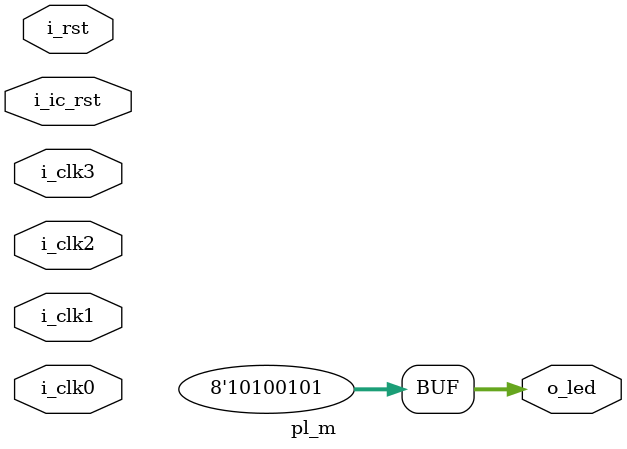
<source format=v>

module pl_m (
  input wire        i_clk0,
  input wire        i_clk1,
  input wire        i_clk2,
  input wire        i_clk3,
  input wire        i_rst,
  input wire        i_ic_rst,
  output wire [7:0] o_led
);

  assign o_led = 8'ha5;

endmodule


</source>
